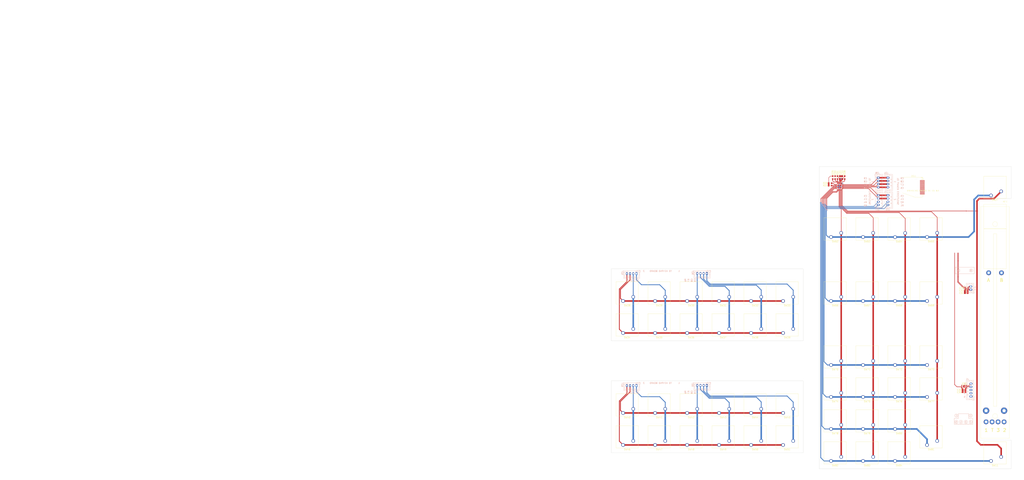
<source format=kicad_pcb>
(kicad_pcb (version 20240108) (generator "pcbnew") (generator_version "8.0")
  (layers (0 "F.Cu" signal) (31 "B.Cu" signal) (34 "B.Paste" user) (35 "F.Paste" user) (36 "B.SilkS" user "B.Silkscreen") (37 "F.SilkS" user "F.Silkscreen") (38 "B.Mask" user) (39 "F.Mask" user) (44 "Edge.Cuts" user))
  (net 0 "")
  (net 1 "+3V3")
  (net 2 "GND")
  (net 3 "Net-(U7-ROW7)")
  (net 4 "Net-(U7-ROW6)")
  (net 5 "VFMOT")
  (net 6 "COL5")
  (net 7 "COL6")
  (net 8 "COL7")
  (net 9 "COL8")
  (net 10 "/RST-KEYP")
  (net 11 "/INT-KEYP")
  (net 12 "/SCL-KEYP")
  (net 13 "/SDA-KEYP")
  (net 14 "ROW5")
  (net 15 "ROW0")
  (net 16 "COL0")
  (net 17 "COL1")
  (net 18 "COL2")
  (net 19 "COL3")
  (net 20 "COL4")
  (net 31 "MF-P")
  (net 32 "MF-T")
  (net 33 "MF-G")
  (net 34 "MTCH_SENSADJ")
  (net 37 "SHIELD")
  (net 39 "MFT")
  (net 40 "MFA")
  (net 41 "MFB")
  (net 42 "COL9")
  (net 43 "unconnected-(U18-I1-Pad1)")
  (net 44 "unconnected-(U18-I2-Pad2)")
  (net 45 "exe1-ROW1")
  (net 46 "exe1-ROW2")
  (net 47 "exe1-COL4")
  (net 48 "ROW1")
  (net 49 "ROW2")
  (net 50 "ROW3")
  (net 51 "ROW4")
  (net 52 "exe1-COL5")
  (net 53 "exe1-COL6")
  (net 54 "exe1-COL7")
  (net 55 "exe1-COL8")
  (net 56 "exe1-COL9")
  (net 57 "exe2-ROW3")
  (net 58 "exe2-ROW4")
  (net 59 "exe2-COL4")
  (net 60 "exe2-COL5")
  (net 61 "exe2-COL6")
  (net 62 "exe2-COL7")
  (net 63 "exe2-COL8")
  (net 64 "exe2-COL9")
  (footprint "Resistor_SMD:R_0603_1608Metric_Pad0.98x0.95mm_HandSolder" (layer "F.Cu") (at 24.9875 12.9125 -90)
    (property "Reference" "R30")
    (property "Value" "4K7")
  )
  (footprint "personal:SOT-6" (layer "F.Cu") (at 107.4 82)
    (property "Reference" "U18")
    (property "Value" "DRV8210")
  )
  (footprint "Capacitor_SMD:C_0603_1608Metric_Pad1.08x0.95mm_HandSolder" (layer "F.Cu") (at 107 83.6 180)
    (property "Reference" "C52")
    (property "Value" "100n")
  )
  (footprint "Button_Switch_Keyboard:SW_Cherry_MX_1.00u_Plate" (layer "F.Cu") (at 62.46 170.08 180)
    (property "Reference" "SW80")
    (property "Value" "SW_SPST")
  )
  (footprint "Button_Switch_Keyboard:SW_Cherry_MX_1.00u_Plate" (layer "F.Cu") (at 42.46 150.08 180)
    (property "Reference" "SW75")
    (property "Value" "SW_SPST")
  )
  (footprint "Button_Switch_Keyboard:SW_Cherry_MX_2.00u_Vertical_Plate" (layer "F.Cu") (at 82.46 180.08 180)
    (property "Reference" "SW81")
    (property "Value" "SW_SPST")
  )
  (footprint "Button_Switch_Keyboard:SW_Cherry_MX_1.00u_Plate" (layer "F.Cu") (at 62.46 190.08 180)
    (property "Reference" "SW84")
    (property "Value" "SW_SPST")
  )
  (footprint "Button_Switch_Keyboard:SW_Cherry_MX_1.00u_Plate" (layer "F.Cu") (at -107.54 90.08 180)
    (property "Reference" "SW28")
    (property "Value" "SW_SPST")
  )
  (footprint "Button_Switch_Keyboard:SW_Cherry_MX_1.00u_Plate" (layer "F.Cu") (at 22.46 90.08 180)
    (property "Reference" "SW66")
    (property "Value" "SW_SPST")
  )
  (footprint "Button_Switch_Keyboard:SW_Cherry_MX_1.00u_Plate" (layer "F.Cu") (at 42.46 170.08 180)
    (property "Reference" "SW79")
    (property "Value" "SW_SPST")
  )
  (footprint "Resistor_SMD:R_0603_1608Metric_Pad0.98x0.95mm_HandSolder" (layer "F.Cu") (at 23.4875 12.9125 -90)
    (property "Reference" "R29")
    (property "Value" "4K7")
  )
  (footprint "Button_Switch_Keyboard:SW_Cherry_MX_1.00u_Plate" (layer "F.Cu") (at -47.54 90.08 180)
    (property "Reference" "SW31")
    (property "Value" "SW_SPST")
  )
  (footprint "Button_Switch_Keyboard:SW_Cherry_MX_1.00u_Plate" (layer "F.Cu") (at -107.54 110.08 180)
    (property "Reference" "SW34")
    (property "Value" "SW_SPST")
  )
  (footprint "Button_Switch_Keyboard:SW_Cherry_MX_1.00u_Plate" (layer "F.Cu") (at 62.46 50.16 180)
    (property "Reference" "SW64")
    (property "Value" "SW_SPST")
  )
  (footprint "Button_Switch_Keyboard:SW_Cherry_MX_1.00u_Plate" (layer "F.Cu") (at 122.46 190.08 180)
    (property "Reference" "SW11")
    (property "Value" "SW_SPST")
  )
  (footprint "Button_Switch_Keyboard:SW_Cherry_MX_1.00u_Plate" (layer "F.Cu") (at -87.54 180.08 180)
    (property "Reference" "SW47")
    (property "Value" "SW_SPST")
  )
  (footprint "Button_Switch_Keyboard:SW_Cherry_MX_1.00u_Plate" (layer "F.Cu") (at 22.46 50.08 180)
    (property "Reference" "SW62")
    (property "Value" "SW_SPST")
  )
  (footprint "Button_Switch_Keyboard:SW_Cherry_MX_1.00u_Plate" (layer "F.Cu") (at -67.54 160.08 180)
    (property "Reference" "SW42")
    (property "Value" "SW_SPST")
  )
  (footprint "Button_Switch_Keyboard:SW_Cherry_MX_1.00u_Plate" (layer "F.Cu") (at -47.54 110.08 180)
    (property "Reference" "SW37")
    (property "Value" "SW_SPST")
  )
  (footprint "Button_Switch_Keyboard:SW_Cherry_MX_1.00u_Plate" (layer "F.Cu") (at 82.46 150.08 180)
    (property "Reference" "SW77")
    (property "Value" "SW_SPST")
  )
  (footprint "Button_Switch_Keyboard:SW_Cherry_MX_1.00u_Plate" (layer "F.Cu") (at 82.46 130.08 180)
    (property "Reference" "SW73")
    (property "Value" "SW_SPST")
  )
  (footprint "Button_Switch_Keyboard:SW_Cherry_MX_1.00u_Plate" (layer "F.Cu") (at -7.54 90.08 180)
    (property "Reference" "SW33")
    (property "Value" "SW_SPST")
  )
  (footprint "Button_Switch_Keyboard:SW_Cherry_MX_1.00u_Plate" (layer "F.Cu") (at 22.46 170.08 180)
    (property "Reference" "SW78")
    (property "Value" "SW_SPST")
  )
  (footprint "Button_Switch_Keyboard:SW_Cherry_MX_1.00u_Plate" (layer "F.Cu") (at -67.54 110.08 180)
    (property "Reference" "SW36")
    (property "Value" "SW_SPST")
  )
  (footprint "Button_Switch_Keyboard:SW_Cherry_MX_1.00u_Plate" (layer "F.Cu") (at 42.46 130.08 180)
    (property "Reference" "SW71")
    (property "Value" "SW_SPST")
  )
  (footprint "Package_DFN_QFN:DFN-8-1EP_3x2mm_P0.5mm_EP1.3x1.5mm" (layer "F.Cu") (at 105.625 143.475 180)
    (property "Reference" "U16")
    (property "Value" "MTCH102")
  )
  (footprint "Button_Switch_Keyboard:SW_Cherry_MX_1.00u_Plate" (layer "F.Cu") (at -7.54 110.08 180)
    (property "Reference" "SW39")
    (property "Value" "SW_SPST")
  )
  (footprint "Button_Switch_Keyboard:SW_Cherry_MX_1.00u_Plate" (layer "F.Cu") (at 42.46 90.08 180)
    (property "Reference" "SW67")
    (property "Value" "SW_SPST")
  )
  (footprint "Resistor_SMD:R_0603_1608Metric_Pad0.98x0.95mm_HandSolder" (layer "F.Cu") (at 21.8875 17.9125)
    (property "Reference" "R21")
    (property "Value" "10K")
  )
  (footprint "Button_Switch_Keyboard:SW_Cherry_MX_1.00u_Plate" (layer "F.Cu") (at -7.54 160.08 180)
    (property "Reference" "SW45")
    (property "Value" "SW_SPST")
  )
  (footprint "Button_Switch_Keyboard:SW_Cherry_MX_1.00u_Plate" (layer "F.Cu") (at -27.54 110.08 180)
    (property "Reference" "SW38")
    (property "Value" "SW_SPST")
  )
  (footprint "Button_Switch_Keyboard:SW_Cherry_MX_1.00u_Plate" (layer "F.Cu") (at -27.54 160.08 180)
    (property "Reference" "SW44")
    (property "Value" "SW_SPST")
  )
  (footprint "Button_Switch_Keyboard:SW_Cherry_MX_1.00u_Plate" (layer "F.Cu") (at -7.54 180.08 180)
    (property "Reference" "SW51")
    (property "Value" "SW_SPST")
  )
  (footprint "Resistor_SMD:R_0603_1608Metric_Pad0.98x0.95mm_HandSolder" (layer "F.Cu") (at 26.4875 12.9125 -90)
    (property "Reference" "R31")
    (property "Value" "4K7")
  )
  (footprint "Button_Switch_Keyboard:SW_Cherry_MX_1.00u_Plate" (layer "F.Cu") (at -107.54 180.08 180)
    (property "Reference" "SW46")
    (property "Value" "SW_SPST")
  )
  (footprint "Button_Switch_Keyboard:SW_Cherry_MX_1.00u_Plate" (layer "F.Cu") (at 22.46 190.08 180)
    (property "Reference" "SW82")
    (property "Value" "SW_SPST")
  )
  (footprint "personal:RSA0N11M9A0J" (layer "F.Cu") (at 125 102)
    (property "Reference" "MF1")
    (property "Value" "RSA0N11M9A0J")
  )
  (footprint "Button_Switch_Keyboard:SW_Cherry_MX_1.00u_Plate" (layer "F.Cu") (at -87.54 160.08 180)
    (property "Reference" "SW41")
    (property "Value" "SW_SPST")
  )
  (footprint "Button_Switch_Keyboard:SW_Cherry_MX_1.00u_Plate" (layer "F.Cu") (at 82.46 50.08 180)
    (property "Reference" "SW65")
    (property "Value" "SW_SPST")
  )
  (footprint "Button_Switch_Keyboard:SW_Cherry_MX_1.00u_Plate" (layer "F.Cu") (at -67.54 90.08 180)
    (property "Reference" "SW30")
    (property "Value" "SW_SPST")
  )
  (footprint "Button_Switch_Keyboard:SW_Cherry_MX_1.00u_Plate" (layer "F.Cu") (at 22.46 150.08 180)
    (property "Reference" "SW74")
    (property "Value" "SW_SPST")
  )
  (footprint "Button_Switch_Keyboard:SW_Cherry_MX_1.00u_Plate" (layer "F.Cu") (at 62.46 150.08 180)
    (property "Reference" "SW76")
    (property "Value" "SW_SPST")
  )
  (footprint "Button_Switch_Keyboard:SW_Cherry_MX_1.00u_Plate" (layer "F.Cu") (at -87.54 90.08 180)
    (property "Reference" "SW29")
    (property "Value" "SW_SPST")
  )
  (footprint "Button_Switch_Keyboard:SW_Cherry_MX_1.00u_Plate" (layer "F.Cu") (at 62.46 90.08 180)
    (property "Reference" "SW68")
    (property "Value" "SW_SPST")
  )
  (footprint "Package_DFN_QFN:WQFN-24-1EP_4x4mm_P0.5mm_EP2.45x2.45mm" (layer "F.Cu") (at 27.6875 18.5375)
    (property "Reference" "U7" (hide yes))
    (property "Value" "TCA8418")
  )
  (footprint "Capacitor_SMD:C_0603_1608Metric_Pad1.08x0.95mm_HandSolder" (layer "F.Cu") (at 29.4875 12.9125 90)
    (property "Reference" "C33")
    (property "Value" "1u")
  )
  (footprint "Button_Switch_Keyboard:SW_Cherry_MX_1.00u_Plate" (layer "F.Cu") (at -67.54 180.08 180)
    (property "Reference" "SW48")
    (property "Value" "SW_SPST")
  )
  (footprint "Button_Switch_Keyboard:SW_Cherry_MX_1.00u_Plate" (layer "F.Cu") (at 82.46 90.08 180)
    (property "Reference" "SW69")
    (property "Value" "SW_SPST")
  )
  (footprint "Capacitor_SMD:C_0603_1608Metric_Pad1.08x0.95mm_HandSolder" (layer "F.Cu") (at 27.9875 12.9125 90)
    (property "Reference" "C34")
    (property "Value" "100n")
  )
  (footprint "Button_Switch_Keyboard:SW_Cherry_MX_1.00u_Plate" (layer "F.Cu") (at 42.46 50.08 180)
    (property "Reference" "SW63")
    (property "Value" "SW_SPST")
  )
  (footprint "Button_Switch_Keyboard:SW_Cherry_MX_1.00u_Plate" (layer "F.Cu") (at -87.54 110.08 180)
    (property "Reference" "SW35")
    (property "Value" "SW_SPST")
  )
  (footprint "Button_Switch_Keyboard:SW_Cherry_MX_1.00u_Plate" (layer "F.Cu") (at 22.46 130.08 180)
    (property "Reference" "SW70")
    (property "Value" "SW_SPST")
  )
  (footprint "Button_Switch_Keyboard:SW_Cherry_MX_1.00u_Plate" (layer "F.Cu") (at 42.46 190.08 180)
    (property "Reference" "SW83")
    (property "Value" "SW_SPST")
  )
  (footprint "Button_Switch_Keyboard:SW_Cherry_MX_1.00u_Plate" (layer "F.Cu") (at -47.54 160.08 180)
    (property "Reference" "SW43")
    (property "Value" "SW_SPST")
  )
  (footprint "personal:1.05' 120x240 spi screen" (layer "F.Cu") (at 80 19)
    (property "Reference" "DS1")
    (property "Value" "1.05\" 130*240 spi screen")
    (fp_circle (center -4 -5.2) (end -4.5 -5.2) (stroke (width 0.05)) (fill none) (layer "Edge.Cuts"))
    (fp_circle (center -4 5.2) (end -4.5 5.2) (stroke (width 0.05)) (fill none) (layer "Edge.Cuts"))
  )
  (footprint "Button_Switch_Keyboard:SW_Cherry_MX_1.00u_Plate" (layer "F.Cu") (at -107.54 160.08 180)
    (property "Reference" "SW40")
    (property "Value" "SW_SPST")
  )
  (footprint "Resistor_SMD:R_0603_1608Metric_Pad0.98x0.95mm_HandSolder" (layer "F.Cu") (at 21.8875 16.4125)
    (property "Reference" "R20")
    (property "Value" "10K")
  )
  (footprint "Button_Switch_Keyboard:SW_Cherry_MX_1.00u_Plate" (layer "F.Cu") (at 122.46 24.08 180)
    (property "Reference" "SW27")
    (property "Value" "SW_SPST")
  )
  (footprint "Capacitor_SMD:C_0603_1608Metric_Pad1.08x0.95mm_HandSolder" (layer "F.Cu") (at 105.6 147.1 180)
    (property "Reference" "C35")
    (property "Value" "1u")
  )
  (footprint "Button_Switch_Keyboard:SW_Cherry_MX_1.00u_Plate" (layer "F.Cu") (at -47.54 180.08 180)
    (property "Reference" "SW49")
    (property "Value" "SW_SPST")
  )
  (footprint "Button_Switch_Keyboard:SW_Cherry_MX_1.00u_Plate" (layer "F.Cu") (at -27.54 180.08 180)
    (property "Reference" "SW50")
    (property "Value" "SW_SPST")
  )
  (footprint "Resistor_SMD:R_0603_1608Metric_Pad0.98x0.95mm_HandSolder" (layer "F.Cu") (at 30.9875 12.9125 -90)
    (property "Reference" "R28")
    (property "Value" "4K7")
  )
  (footprint "Button_Switch_Keyboard:SW_Cherry_MX_1.00u_Plate" (layer "F.Cu") (at -27.54 90.08 180)
    (property "Reference" "SW32")
    (property "Value" "SW_SPST")
  )
  (footprint "Capacitor_SMD:C_0603_1608Metric_Pad1.08x0.95mm_HandSolder" (layer "F.Cu") (at 107 85.1 180)
    (property "Reference" "C51")
    (property "Value" "100u")
  )
  (footprint "Button_Switch_Keyboard:SW_Cherry_MX_1.00u_Plate" (layer "F.Cu") (at 62.46 130.08 180)
    (property "Reference" "SW72")
    (property "Value" "SW_SPST")
  )
  (footprint "Capacitor_SMD:C_0603_1608Metric_Pad1.08x0.95mm_HandSolder" (layer "F.Cu") (at 105.6 145.6 180)
    (property "Reference" "C36")
    (property "Value" "100n")
  )
  (footprint "Connector_JST:JST_PH_B4B-PH-K_1x04_P2.00mm_Vertical" (layer "B.Cu") (at 52 24 -90)
    (property "Reference" "J27")
    (property "Value" "Conn_01x04_Socket")
  )
  (footprint "Connector_JST:JST_PH_B4B-PH-K_1x04_P2.00mm_Vertical" (layer "B.Cu") (at 52 13 -90)
    (property "Reference" "J28")
    (property "Value" "Conn_01x04_Socket")
  )
  (footprint "Connector_JST:JST_PH_B4B-PH-K_1x04_P2.00mm_Vertical" (layer "B.Cu") (at -55.2 72.9 180)
    (property "Reference" "J26")
    (property "Value" "Conn_01x04_Socket")
  )
  (footprint "Connector_JST:JST_PH_B4B-PH-K_1x04_P2.00mm_Vertical" (layer "B.Cu") (at -99.2 73 180)
    (property "Reference" "J25")
    (property "Value" "Conn_01x04_Socket")
  )
  (footprint "Connector_JST:JST_PH_B4B-PH-K_1x04_P2.00mm_Vertical" (layer "B.Cu") (at -99.2 143 180)
    (property "Reference" "J29")
    (property "Value" "Conn_01x04_Socket")
  )
  (footprint "Connector_JST:JST_PH_B5B-PH-K_1x05_P2.00mm_Vertical" (layer "B.Cu") (at 109.925 149.725 90)
    (property "Reference" "J1")
    (property "Value" "Conn_01x05_Socket")
  )
  (footprint "Connector_JST:JST_PH_B4B-PH-K_1x04_P2.00mm_Vertical" (layer "B.Cu") (at 58 24 -90)
    (property "Reference" "J23")
    (property "Value" "Conn_01x04_Socket")
  )
  (footprint "Connector_JST:JST_PH_B4B-PH-K_1x04_P2.00mm_Vertical" (layer "B.Cu") (at -55.2 142.9 180)
    (property "Reference" "J30")
    (property "Value" "Conn_01x04_Socket")
  )
  (footprint "Connector_JST:JST_PH_B4B-PH-K_1x04_P2.00mm_Vertical" (layer "B.Cu") (at 58 13 -90)
    (property "Reference" "J24")
    (property "Value" "Conn_01x04_Socket")
  )
  (footprint "Connector_JST:JST_PH_B2B-PH-K_1x02_P2.00mm_Vertical" (layer "B.Cu") (at 109.8 83 90)
    (property "Reference" "J17")
    (property "Value" "Conn_01x02_Socket")
  )
  (gr_circle (center 102 71) (end 103 71) (stroke (width 0.15)) (fill none) (layer "B.SilkS"))
  (gr_circle (center 103.65 165.7) (end 104.65 165.7) (stroke (width 0.15)) (fill none) (layer "B.SilkS"))
  (gr_circle (center 109.75 165.7) (end 110.75 165.7) (stroke (width 0.15)) (fill none) (layer "B.SilkS"))
  (gr_line (start 108.45 160.5) (end 102.05 160.5) (stroke (width 0.15)) (layer "B.SilkS"))
  (gr_rect (start 100 69) (end 112 73) (stroke (width 0.15)) (fill none) (layer "B.SilkS"))
  (gr_line (start 102.05 160.5) (end 102.05 163.5) (stroke (width 0.15)) (layer "B.SilkS"))
  (gr_line (start 111.05 167.1) (end 99.45 167.1) (stroke (width 0.15)) (layer "B.SilkS"))
  (gr_circle (center 106.75 165.7) (end 107.75 165.7) (stroke (width 0.15)) (fill none) (layer "B.SilkS"))
  (gr_line (start 108.45 163.5) (end 108.45 160.5) (stroke (width 0.15)) (layer "B.SilkS"))
  (gr_line (start 111.05 163.5) (end 108.45 163.5) (stroke (width 0.15)) (layer "B.SilkS"))
  (gr_circle (center 109.75 161.7) (end 110.75 161.7) (stroke (width 0.15)) (fill none) (layer "B.SilkS"))
  (gr_line (start 99.45 163.5) (end 99.45 167.1) (stroke (width 0.15)) (layer "B.SilkS"))
  (gr_circle (center 100.75 161.7) (end 101.75 161.7) (stroke (width 0.15)) (fill none) (layer "B.SilkS"))
  (gr_circle (center 110 71) (end 111 71) (stroke (width 0.15)) (fill none) (layer "B.SilkS"))
  (gr_line (start 102.05 163.5) (end 99.45 163.5) (stroke (width 0.15)) (layer "B.SilkS"))
  (gr_circle (center 100.75 165.7) (end 101.75 165.7) (stroke (width 0.15)) (fill none) (layer "B.SilkS"))
  (gr_line (start 111.05 167.1) (end 111.05 163.5) (stroke (width 0.15)) (layer "B.SilkS"))
  (gr_rect (start -115 140) (end 5 185) (stroke (width 0.1)) (fill none) (layer "Edge.Cuts"))
  (gr_line (start 115 26) (end 135 26) (stroke (width 0.1)) (layer "Edge.Cuts"))
  (gr_line (start 135 195) (end 15 195) (stroke (width 0.1)) (layer "Edge.Cuts"))
  (gr_rect (start -115 70) (end 5 115) (stroke (width 0.1)) (fill none) (layer "Edge.Cuts"))
  (gr_line (start 135 195) (end 135 177) (stroke (width 0.1)) (layer "Edge.Cuts"))
  (gr_line (start 15 6) (end 135 6) (stroke (width 0.1)) (layer "Edge.Cuts"))
  (gr_line (start 115 177) (end 115 26) (stroke (width 0.1)) (layer "Edge.Cuts"))
  (gr_line (start 15 195) (end 15 6) (stroke (width 0.1)) (layer "Edge.Cuts"))
  (gr_line (start 135 26) (end 135 6) (stroke (width 0.1)) (layer "Edge.Cuts"))
  (gr_line (start 135 177) (end 115 177) (stroke (width 0.1)) (layer "Edge.Cuts"))
  (gr_text "4" (at 104.25 166.3 0) (layer "B.SilkS") (effects (font (size 1 1)) (justify left bottom mirror)))
  (gr_text "R3" (at 45 31 0) (layer "B.SilkS") (effects (font (size 1 1)) (justify left bottom mirror)))
  (gr_text "TO KEYPAD BOARD" (at -77 72 0) (layer "B.SilkS") (effects (font (size 1 1)) (justify left bottom mirror)))
  (gr_text "R6" (at -68 146 90) (layer "B.SilkS") (effects (font (size 1 1)) (justify left bottom mirror)))
  (gr_text "C6" (at 68 20 0) (layer "B.SilkS") (effects (font (size 1 1)) (justify left bottom mirror)))
  (gr_text "TO UPPER EXECUTERS" (at 65 13 90) (layer "B.SilkS") (effects (font (size 1 1)) (justify left bottom mirror)))
  (gr_text "C8" (at 45 16 0) (layer "B.SilkS") (effects (font (size 1 1)) (justify left bottom mirror)))
  (gr_text "C4" (at -100 76 90) (layer "B.SilkS") (effects (font (size 1 1)) (justify left bottom mirror)))
  (gr_text "C5" (at 45 25 0) (layer "B.SilkS") (effects (font (size 1 1)) (justify left bottom mirror)))
  (gr_text "C8" (at 68 16 0) (layer "B.SilkS") (effects (font (size 1 1)) (justify left bottom mirror)))
  (gr_text "A" (at 102.511322 71.534003 0) (layer "B.SilkS") (effects (font (size 1 1)) (justify left bottom mirror)))
  (gr_text "2" (at -94 72 0) (layer "B.SilkS") (effects (font (size 1 1)) (justify left bottom mirror)))
  (gr_text "C5" (at 68 25 0) (layer "B.SilkS") (effects (font (size 1 1)) (justify left bottom mirror)))
  (gr_text "C5" (at -98 76 90) (layer "B.SilkS") (effects (font (size 1 1)) (justify left bottom mirror)))
  (gr_text "R7" (at -66 146 90) (layer "B.SilkS") (effects (font (size 1 1)) (justify left bottom mirror)))
  (gr_text "1" (at 101.35 162.3 0) (layer "B.SilkS") (effects (font (size 1 1)) (justify left bottom mirror)))
  (gr_text "TO LOWER EXECUTERS" (at 47.3 13 90) (layer "B.SilkS") (effects (font (size 1 1)) (justify left bottom mirror)))
  (gr_text "2" (at 49 26 90) (layer "B.SilkS") (effects (font (size 1 1)) (justify left bottom mirror)))
  (gr_text "2" (at 63 26 90) (layer "B.SilkS") (effects (font (size 1 1)) (justify left bottom mirror)))
  (gr_text "1" (at 49 15 90) (layer "B.SilkS") (effects (font (size 1 1)) (justify left bottom mirror)))
  (gr_text "R2" (at -104 76 90) (layer "B.SilkS") (effects (font (size 1 1)) (justify left bottom mirror)))
  (gr_text "C6" (at 45 20 0) (layer "B.SilkS") (effects (font (size 1 1)) (justify left bottom mirror)))
  (gr_text "C9" (at 45 14 0) (layer "B.SilkS") (effects (font (size 1 1)) (justify left bottom mirror)))
  (gr_text "C4" (at 45 27 0) (layer "B.SilkS") (effects (font (size 1 1)) (justify left bottom mirror)))
  (gr_text "B" (at 110.557954 71.579984 0) (layer "B.SilkS") (effects (font (size 1 1)) (justify left bottom mirror)))
  (gr_text "C9" (at -62 76 90) (layer "B.SilkS") (effects (font (size 1 1)) (justify left bottom mirror)))
  (gr_text "3" (at 107.35 166.3 0) (layer "B.SilkS") (effects (font (size 1 1)) (justify left bottom mirror)))
  (gr_text "R3" (at -102 146 90) (layer "B.SilkS") (effects (font (size 1 1)) (justify left bottom mirror)))
  (gr_text "1" (at 106.475 142.575 0) (layer "B.SilkS") (effects (font (size 1 1)) (justify left bottom mirror)))
  (gr_text "C4" (at 68 27 0) (layer "B.SilkS") (effects (font (size 1 1)) (justify left bottom mirror)))
  (gr_text "TO KEYPAD BOARD" (at -77 142 0) (layer "B.SilkS") (effects (font (size 1 1)) (justify left bottom mirror)))
  (gr_text "R6" (at -68 76 90) (layer "B.SilkS") (effects (font (size 1 1)) (justify left bottom mirror)))
  (gr_text "5" (at 106.475 150.575 0) (layer "B.SilkS") (effects (font (size 1 1)) (justify left bottom mirror)))
  (gr_text "R7" (at -66 76 90) (layer "B.SilkS") (effects (font (size 1 1)) (justify left bottom mirror)))
  (gr_text "C4" (at -100 146 90) (layer "B.SilkS") (effects (font (size 1 1)) (justify left bottom mirror)))
  (gr_text "1" (at 63 15 90) (layer "B.SilkS") (effects (font (size 1 1)) (justify left bottom mirror)))
  (gr_text "C5" (at -98 146 90) (layer "B.SilkS") (effects (font (size 1 1)) (justify left bottom mirror)))
  (gr_text "1" (at -72 72 0) (layer "B.SilkS") (effects (font (size 1 1)) (justify left bottom mirror)))
  (gr_text "R1" (at 68 31 0) (layer "B.SilkS") (effects (font (size 1 1)) (justify left bottom mirror)))
  (gr_text "C7" (at 45 18 0) (layer "B.SilkS") (effects (font (size 1 1)) (justify left bottom mirror)))
  (gr_text "2" (at 110.35 166.3 0) (layer "B.SilkS") (effects (font (size 1 1)) (justify left bottom mirror)))
  (gr_text "R1" (at -102 76 90) (layer "B.SilkS") (effects (font (size 1 1)) (justify left bottom mirror)))
  (gr_text "2" (at -94 142 0) (layer "B.SilkS") (effects (font (size 1 1)) (justify left bottom mirror)))
  (gr_text "1" (at 110.35 162.3 0) (layer "B.SilkS") (effects (font (size 1 1)) (justify left bottom mirror)))
  (gr_text "B" (at 106.5 83.5 0) (layer "B.SilkS") (effects (font (size 1 1)) (justify left bottom mirror)))
  (gr_text "3" (at 106.475 146.575 0) (layer "B.SilkS") (effects (font (size 1 1)) (justify left bottom mirror)))
  (gr_text "C8" (at -64 76 90) (layer "B.SilkS") (effects (font (size 1 1)) (justify left bottom mirror)))
  (gr_text "R4" (at 45 29 0) (layer "B.SilkS") (effects (font (size 1 1)) (justify left bottom mirror)))
  (gr_text "1" (at -72 142 0) (layer "B.SilkS") (effects (font (size 1 1)) (justify left bottom mirror)))
  (gr_text "R2" (at 68 29 0) (layer "B.SilkS") (effects (font (size 1 1)) (justify left bottom mirror)))
  (gr_text "2" (at 106.475 144.575 0) (layer "B.SilkS") (effects (font (size 1 1)) (justify left bottom mirror)))
  (gr_text "C9" (at -62 146 90) (layer "B.SilkS") (effects (font (size 1 1)) (justify left bottom mirror)))
  (gr_text "C9" (at 68 14 0) (layer "B.SilkS") (effects (font (size 1 1)) (justify left bottom mirror)))
  (gr_text "4" (at 106.475 148.575 0) (layer "B.SilkS") (effects (font (size 1 1)) (justify left bottom mirror)))
  (gr_text "A" (at 106.5 81.5 0) (layer "B.SilkS") (effects (font (size 1 1)) (justify left bottom mirror)))
  (gr_text "C8" (at -64 146 90) (layer "B.SilkS") (effects (font (size 1 1)) (justify left bottom mirror)))
  (gr_text "C7" (at 68 18 0) (layer "B.SilkS") (effects (font (size 1 1)) (justify left bottom mirror)))
  (gr_text "5" (at 101.25 166.3 0) (layer "B.SilkS") (effects (font (size 1 1)) (justify left bottom mirror)))
  (gr_text "R4" (at -104 146 90) (layer "B.SilkS") (effects (font (size 1 1)) (justify left bottom mirror)))
  (segment (start 26.4875 12) (end 26.4875 12.275) (width 0.2) (layer "F.Cu") (net 1))
  (segment (start 106.425 144.15) (end 106.5 144.225) (width 0.15) (layer "F.Cu") (net 1))
  (segment (start 30.9875 12.275) (end 29.4875 13.775) (width 0.2) (layer "F.Cu") (net 1))
  (segment (start 107.075 142.725) (end 106.5 142.725) (width 0.15) (layer "F.Cu") (net 1))
  (segment (start 30.9875 12) (end 30.9875 12.275) (width 0.2) (layer "F.Cu") (net 1))
  (segment (start 106.5 144.225) (end 107.075 144.225) (width 0.15) (layer "F.Cu") (net 1))
  (segment (start 106.425 142.8) (end 106.425 144.15) (width 0.15) (layer "F.Cu") (net 1))
  (segment (start 26.4875 12.275) (end 27.9875 13.775) (width 0.2) (layer "F.Cu") (net 1))
  (segment (start 106.5 142.725) (end 106.425 142.8) (width 0.15) (layer "F.Cu") (net 1))
  (segment (start 20.975 16.4125) (end 20.975 13.025) (width 0.2) (layer "F.Cu") (net 1))
  (segment (start 22 12) (end 23.4875 12) (width 0.2) (layer "F.Cu") (net 1))
  (segment (start 20.975 13.025) (end 22 12) (width 0.2) (layer "F.Cu") (net 1))
  (via (at 28.720346 13.753417) (size 0.8) (drill 0.4) (layers "F.Cu" "B.Cu") (net 1))
  (segment (start 28.8875 16.65) (end 28.8875 17.3375) (width 0.2) (layer "F.Cu") (net 2))
  (segment (start 28.9375 16.6) (end 28.9125 16.625) (width 0.25) (layer "F.Cu") (net 2))
  (segment (start 28.9125 16.625) (end 28.9125 16.796751) (width 0.25) (layer "F.Cu") (net 2))
  (segment (start 28.9375 16.6) (end 28.8875 16.65) (width 0.2) (layer "F.Cu") (net 2))
  (segment (start 28.8875 17.3375) (end 27.6875 18.5375) (width 0.2) (layer "F.Cu") (net 2))
  (via (at 28.6575 18.5375) (size 0.8) (drill 0.4) (layers "F.Cu" "B.Cu") (net 2))
  (via (at 27.6875 19.5075) (size 0.8) (drill 0.4) (layers "F.Cu" "B.Cu") (net 2))
  (via (at 26.7175 18.5375) (size 0.8) (drill 0.4) (layers "F.Cu" "B.Cu") (net 2))
  (via (at 27.6875 17.5675) (size 0.8) (drill 0.4) (layers "F.Cu" "B.Cu") (net 2))
  (via (at 29.618057 16.538) (size 0.8) (drill 0.4) (layers "F.Cu" "B.Cu") (net 2))
  (via (at 27.6875 18.5375) (size 0.8) (drill 0.4) (layers "F.Cu" "B.Cu") (net 2))
  (segment (start 25.75 17.2875) (end 24.6625 17.2875) (width 0.3) (layer "F.Cu") (net 3))
  (segment (start 23.7875 16.4125) (end 22.8 16.4125) (width 0.3) (layer "F.Cu") (net 3))
  (segment (start 24.6625 17.2875) (end 23.7875 16.4125) (width 0.3) (layer "F.Cu") (net 3))
  (segment (start 25.75 17.7875) (end 22.925 17.7875) (width 0.3) (layer "F.Cu") (net 4))
  (segment (start 22.925 17.7875) (end 22.8 17.9125) (width 0.3) (layer "F.Cu") (net 4))
  (segment (start 22.85 17.7875) (end 22.8 17.8375) (width 0.3) (layer "F.Cu") (net 4))
  (segment (start 29.625 19.2875) (end 47.2875 19.2875) (width 0.3) (layer "F.Cu") (net 6))
  (segment (start 47.2875 19.2875) (end 51.45 23.45) (width 0.3) (layer "F.Cu") (net 6))
  (segment (start 51.45 23.45) (end 51.45 24) (width 0.3) (layer "F.Cu") (net 6))
  (segment (start 58 24) (end 52 24) (width 1) (layer "F.Cu") (net 6))
  (segment (start 51.2375 18.7875) (end 51.45 19) (width 0.3) (layer "F.Cu") (net 7))
  (segment (start 52 19) (end 58 19) (width 1) (layer "F.Cu") (net 7))
  (segment (start 29.625 18.7875) (end 51.2375 18.7875) (width 0.3) (layer "F.Cu") (net 7))
  (segment (start 51.45 17.55) (end 51.45 17) (width 0.3) (layer "F.Cu") (net 8))
  (segment (start 58 17) (end 52 17) (width 1) (layer "F.Cu") (net 8))
  (segment (start 29.625 18.2875) (end 50.7125 18.2875) (width 0.3) (layer "F.Cu") (net 8))
  (segment (start 50.7125 18.2875) (end 51.45 17.55) (width 0.3) (layer "F.Cu") (net 8))
  (segment (start 29.625 17.7875) (end 49.2125 17.7875) (width 0.3) (layer "F.Cu") (net 9))
  (segment (start 51.45 15.55) (end 51.45 15) (width 0.3) (layer "F.Cu") (net 9))
  (segment (start 52 15) (end 58 15) (width 1) (layer "F.Cu") (net 9))
  (segment (start 49.2125 17.7875) (end 51.45 15.55) (width 0.3) (layer "F.Cu") (net 9))
  (segment (start 30.9875 14.9125) (end 30.9875 13.825) (width 0.3) (layer "F.Cu") (net 10))
  (segment (start 28.4375 16.6) (end 28.4375 16.096815) (width 0.3) (layer "F.Cu") (net 10))
  (segment (start 28.4375 16.096815) (end 29.121815 15.4125) (width 0.3) (layer "F.Cu") (net 10))
  (segment (start 30.4875 15.4125) (end 30.9875 14.9125) (width 0.3) (layer "F.Cu") (net 10))
  (segment (start 29.121815 15.4125) (end 30.4875 15.4125) (width 0.3) (layer "F.Cu") (net 10))
  (segment (start 26.4375 16.1625) (end 25.9875 15.7125) (width 0.3) (layer "F.Cu") (net 11))
  (segment (start 25.9875 15.7125) (end 24.1875 15.7125) (width 0.3) (layer "F.Cu") (net 11))
  (segment (start 23.4875 15.0125) (end 23.4875 13.825) (width 0.3) (layer "F.Cu") (net 11))
  (segment (start 26.4375 16.6) (end 26.4375 16.1625) (width 0.3) (layer "F.Cu") (net 11))
  (segment (start 24.1875 15.7125) (end 23.4875 15.0125) (width 0.3) (layer "F.Cu") (net 11))
  (segment (start 26.9375 16.026104) (end 26.173896 15.2625) (width 0.3) (layer "F.Cu") (net 12))
  (segment (start 26.173896 15.2625) (end 25.6875 15.2625) (width 0.3) (layer "F.Cu") (net 12))
  (segment (start 26.9375 16.6) (end 26.9375 16.026104) (width 0.3) (layer "F.Cu") (net 12))
  (segment (start 25.6875 15.2625) (end 24.9875 14.5625) (width 0.3) (layer "F.Cu") (net 12))
  (segment (start 24.9875 14.5625) (end 24.9875 13.825) (width 0.3) (layer "F.Cu") (net 12))
  (segment (start 27.4375 16.6) (end 27.4375 15.889708) (width 0.3) (layer "F.Cu") (net 13))
  (segment (start 26.4875 14.939708) (end 26.4875 13.825) (width 0.3) (layer "F.Cu") (net 13))
  (segment (start 27.4375 15.889708) (end 26.4875 14.939708) (width 0.3) (layer "F.Cu") (net 13))
  (segment (start 16.1 26.1) (end 23.9125 18.2875) (width 0.3) (layer "F.Cu") (net 14))
  (segment (start 23.9125 18.2875) (end 25.75 18.2875) (width 0.3) (layer "F.Cu") (net 14))
  (segment (start 16.1 28.6) (end 16.1 26.1) (width 0.3) (layer "F.Cu") (net 14))
  (via (at 16.1 28.6) (size 0.8) (drill 0.4) (layers "F.Cu" "B.Cu") (net 14))
  (segment (start 16 188) (end 18.08 190.08) (width 0.5) (layer "B.Cu") (net 14))
  (segment (start 16.1 28.6) (end 16 28.7) (width 0.5) (layer "B.Cu") (net 14))
  (segment (start 22.46 190.08) (end 62.46 190.08) (width 1) (layer "B.Cu") (net 14))
  (segment (start 18.08 190.08) (end 22.46 190.08) (width 0.5) (layer "B.Cu") (net 14))
  (segment (start 62.46 190.08) (end 122.46 190.08) (width 1) (layer "B.Cu") (net 14))
  (segment (start 16 28.7) (end 16 188) (width 0.5) (layer "B.Cu") (net 14))
  (segment (start 23.63553 22.1) (end 19.8 25.93553) (width 0.3) (layer "F.Cu") (net 15))
  (segment (start 26.007106 22.1) (end 23.63553 22.1) (width 0.3) (layer "F.Cu") (net 15))
  (segment (start 26.9375 21.169606) (end 26.007106 22.1) (width 0.3) (layer "F.Cu") (net 15))
  (segment (start 19.8 25.93553) (end 19.8 33.239178) (width 0.3) (layer "F.Cu") (net 15))
  (segment (start 19.8 33.239178) (end 19.6495 33.389678) (width 0.3) (layer "F.Cu") (net 15))
  (segment (start 26.9375 20.475) (end 26.9375 21.169606) (width 0.3) (layer "F.Cu") (net 15))
  (via (at 19.6495 33.389678) (size 0.8) (drill 0.4) (layers "F.Cu" "B.Cu") (net 15))
  (segment (start 111.9 26.66) (end 111.94 26.62) (width 1) (layer "B.Cu") (net 15))
  (segment (start 111.94 26.62) (end 114.46 24.1) (width 1) (layer "B.Cu") (net 15))
  (segment (start 19.6495 33.389678) (end 19.5 33.539178) (width 0.5) (layer "B.Cu") (net 15))
  (segment (start 114.46 24.1) (end 122.5 24.1) (width 1) (layer "B.Cu") (net 15))
  (segment (start 22.46 50.08) (end 82.46 50.08) (width 1) (layer "B.Cu") (net 15))
  (segment (start 20.68 50.08) (end 22.46 50.08) (width 0.5) (layer "B.Cu") (net 15))
  (segment (start 19.5 48.9) (end 20.68 50.08) (width 0.5) (layer "B.Cu") (net 15))
  (segment (start 111.9 46.6) (end 111.9 26.66) (width 1) (layer "B.Cu") (net 15))
  (segment (start 108.42 50.08) (end 111.9 46.6) (width 1) (layer "B.Cu") (net 15))
  (segment (start 19.5 33.539178) (end 19.5 48.9) (width 0.5) (layer "B.Cu") (net 15))
  (segment (start 82.46 50.08) (end 108.42 50.08) (width 1) (layer "B.Cu") (net 15))
  (segment (start 27.4375 20.475) (end 27.4375 31.244606) (width 0.3) (layer "F.Cu") (net 16))
  (segment (start 28.81 32.617106) (end 28.81 47.54) (width 0.3) (layer "F.Cu") (net 16))
  (segment (start 27.4375 31.244606) (end 28.81 32.617106) (width 0.3) (layer "F.Cu") (net 16))
  (segment (start 28.81 127.54) (end 28.81 47.54) (width 1) (layer "F.Cu") (net 16))
  (segment (start 28.81 187.54) (end 28.81 127.54) (width 1) (layer "F.Cu") (net 16))
  (segment (start 27.9375 31.0375) (end 32.2 35.3) (width 0.3) (layer "F.Cu") (net 17))
  (segment (start 48.81 38.01) (end 48.81 47.54) (width 0.3) (layer "F.Cu") (net 17))
  (segment (start 48.81 127.54) (end 48.81 187.54) (width 1) (layer "F.Cu") (net 17))
  (segment (start 27.9375 20.475) (end 27.9375 31.0375) (width 0.3) (layer "F.Cu") (net 17))
  (segment (start 48.81 47.54) (end 48.81 127.54) (width 1) (layer "F.Cu") (net 17))
  (segment (start 32.2 35.3) (end 46.1 35.3) (width 0.3) (layer "F.Cu") (net 17))
  (segment (start 46.1 35.3) (end 48.81 38.01) (width 0.3) (layer "F.Cu") (net 17))
  (segment (start 68.81 187.54) (end 68.81 127.54) (width 1) (layer "F.Cu") (net 18))
  (segment (start 28.4375 30.830394) (end 32.407106 34.8) (width 0.3) (layer "F.Cu") (net 18))
  (segment (start 28.4375 20.475) (end 28.4375 30.830394) (width 0.3) (layer "F.Cu") (net 18))
  (segment (start 65.1 34.8) (end 68.81 38.51) (width 0.3) (layer "F.Cu") (net 18))
  (segment (start 68.81 127.54) (end 68.81 47.62) (width 1) (layer "F.Cu") (net 18))
  (segment (start 32.407106 34.8) (end 65.1 34.8) (width 0.3) (layer "F.Cu") (net 18))
  (segment (start 68.81 38.51) (end 68.81 47.62) (width 0.3) (layer "F.Cu") (net 18))
  (segment (start 28.9375 20.475) (end 28.9375 30.623288) (width 0.3) (layer "F.Cu") (net 19))
  (segment (start 28.9375 30.623288) (end 32.614212 34.3) (width 0.3) (layer "F.Cu") (net 19))
  (segment (start 88.81 37.81) (end 88.81 47.54) (width 0.3) (layer "F.Cu") (net 19))
  (segment (start 88.81 47.54) (end 88.81 87.54) (width 1) (layer "F.Cu") (net 19))
  (segment (start 85.3 34.3) (end 88.81 37.81) (width 0.3) (layer "F.Cu") (net 19))
  (segment (start 32.614212 34.3) (end 85.3 34.3) (width 0.3) (layer "F.Cu") (net 19))
  (segment (start 88.81 127.54) (end 88.81 177.54) (width 1) (layer "F.Cu") (net 19))
  (segment (start 88.81 87.54) (end 88.81 127.54) (width 1) (layer "F.Cu") (net 19))
  (segment (start 128.81 21.6) (end 124.35 26.06) (width 1) (layer "F.Cu") (net 20))
  (segment (start 51.45 25.45) (end 51.45 26) (width 0.3) (layer "F.Cu") (net 20))
  (segment (start 32.821318 33.8) (end 106.987868 33.8) (width 0.3) (layer "F.Cu") (net 20))
  (segment (start 107.001188 33.81332) (end 113.7 33.81332) (width 0.3) (layer "F.Cu") (net 20))
  (segment (start 126.5 180) (end 128.81 182.31) (width 1) (layer "F.Cu") (net 20))
  (segment (start 29.625 19.7875) (end 29.6125 19.7875) (width 0.3) (layer "F.Cu") (net 20))
  (segment (start 45.7875 19.7875) (end 51.45 25.45) (width 0.3) (layer "F.Cu") (net 20))
  (segment (start 113.7 27.56) (end 113.7 33.81332) (width 1) (layer "F.Cu") (net 20))
  (segment (start 29.4375 30.416182) (end 32.821318 33.8) (width 0.3) (layer "F.Cu") (net 20))
  (segment (start 113.7 177.7) (end 116 180) (width 1) (layer "F.Cu") (net 20))
  (segment (start 113.7 33.81332) (end 113.7 177.7) (width 1) (layer "F.Cu") (net 20))
  (segment (start 52 26) (end 58 26) (width 1) (layer "F.Cu") (net 20))
  (segment (start 106.987868 33.8) (end 107.001188 33.81332) (width 0.3) (layer "F.Cu") (net 20))
  (segment (start 29.6125 19.7875) (end 29.4375 19.9625) (width 0.3) (layer "F.Cu") (net 20))
  (segment (start 116 180) (end 126.5 180) (width 1) (layer "F.Cu") (net 20))
  (segment (start 29.4375 19.9625) (end 29.4375 30.416182) (width 0.3) (layer "F.Cu") (net 20))
  (segment (start 115.2 26.06) (end 113.7 27.56) (width 1) (layer "F.Cu") (net 20))
  (segment (start 29.625 19.7875) (end 45.7875 19.7875) (width 0.3) (layer "F.Cu") (net 20))
  (segment (start 124.35 26.06) (end 115.2 26.06) (width 1) (layer "F.Cu") (net 20))
  (segment (start 128.81 182.31) (end 128.81 187.54) (width 1) (layer "F.Cu") (net 20))
  (segment (start 107.075 143.725) (end 109.925 143.725) (width 0.3) (layer "F.Cu") (net 32))
  (segment (start 108.425 143.225) (end 109.925 141.725) (width 0.3) (layer "F.Cu") (net 33))
  (segment (start 107.075 143.225) (end 108.425 143.225) (width 0.3) (layer "F.Cu") (net 33))
  (segment (start 101.125 143.725) (end 99.7 142.3) (width 0.3) (layer "F.Cu") (net 39))
  (segment (start 104.175 143.725) (end 101.125 143.725) (width 0.3) (layer "F.Cu") (net 39))
  (segment (start 99.7 142.3) (end 99.7 60) (width 0.3) (layer "F.Cu") (net 39))
  (segment (start 51.45 13.55) (end 51.45 13) (width 0.3) (layer "F.Cu") (net 42))
  (segment (start 58 13) (end 52 13) (width 1) (layer "F.Cu") (net 42))
  (segment (start 47.7125 17.2875) (end 51.45 13.55) (width 0.3) (layer "F.Cu") (net 42))
  (segment (start 29.625 17.2875) (end 47.7125 17.2875) (width 0.3) (layer "F.Cu") (net 42))
  (segment (start 51.65 13.381497) (end 51.65 13) (width 0.3) (layer "F.Cu") (net 42))
  (segment (start 102.1 78.092894) (end 102.1 75) (width 0.3) (layer "F.Cu") (net 43))
  (segment (start 102.703553 78.696447) (end 102.1 78.092894) (width 0.3) (layer "F.Cu") (net 43))
  (segment (start 102.1 75) (end 102.1 70) (width 0.3) (layer "F.Cu") (net 43))
  (segment (start 102.1 65) (end 102.1 60) (width 0.3) (layer "F.Cu") (net 43))
  (segment (start 106.66 81.5) (end 105.507106 81.5) (width 0.3) (layer "F.Cu") (net 43))
  (segment (start 105.507106 81.5) (end 102.703553 78.696447) (width 0.3) (layer "F.Cu") (net 43))
  (segment (start 102.1 70) (end 102.1 65) (width 0.3) (layer "F.Cu") (net 43))
  (segment (start 101.6 78.3) (end 101.6 75) (width 0.3) (layer "F.Cu") (net 44))
  (segment (start 105.3 82) (end 104.3 81) (width 0.3) (layer "F.Cu") (net 44))
  (segment (start 101.6 75) (end 101.6 70) (width 0.3) (layer "F.Cu") (net 44))
  (segment (start 101.6 70) (end 101.6 65) (width 0.3) (layer "F.Cu") (net 44))
  (segment (start 104.3 81) (end 101.6 78.3) (width 0.3) (layer "F.Cu") (net 44))
  (segment (start 106.66 82) (end 105.3 82) (width 0.3) (layer "F.Cu") (net 44))
  (segment (start 101.6 65) (end 101.6 60) (width 0.3) (layer "F.Cu") (net 44))
  (segment (start -109.2 88.42) (end -107.54 90.08) (width 0.5) (layer "F.Cu") (net 45))
  (segment (start -103.2 76.9) (end -109.2 82.9) (width 0.5) (layer "F.Cu") (net 45))
  (segment (start -103.2 73) (end -103.2 76.9) (width 0.5) (layer "F.Cu") (net 45))
  (segment (start -107.54 90.08) (end -7.54 90.08) (width 1) (layer "F.Cu") (net 45))
  (segment (start -109.2 82.9) (end -109.2 88.42) (width 0.5) (layer "F.Cu") (net 45))
  (segment (start -109.9 82.61005) (end -109.9 107.72) (width 0.5) (layer "F.Cu") (net 46))
  (segment (start -105.2 73) (end -105.2 77.91005) (width 0.5) (layer "F.Cu") (net 46))
  (segment (start -109.9 107.72) (end -107.54 110.08) (width 0.5) (layer "F.Cu") (net 46))
  (segment (start -107.54 110.08) (end -7.54 110.08) (width 1) (layer "F.Cu") (net 46))
  (segment (start -105.2 77.91005) (end -109.9 82.61005) (width 0.5) (layer "F.Cu") (net 46))
  (segment (start -101.19 87.54) (end -101.19 107.54) (width 1) (layer "B.Cu") (net 47))
  (segment (start -101.2 73) (end -101.2 87.53) (width 0.5) (layer "B.Cu") (net 47))
  (segment (start -101.2 87.53) (end -101.19 87.54) (width 0.5) (layer "B.Cu") (net 47))
  (segment (start 19.1 25.928424) (end 19.1 32.243124) (width 0.3) (layer "F.Cu") (net 48))
  (segment (start 26.4375 20.9625) (end 25.8 21.6) (width 0.3) (layer "F.Cu") (net 48))
  (segment (start 23.428424 21.6) (end 19.1 25.928424) (width 0.3) (layer "F.Cu") (net 48))
  (segment (start 19.1 32.243124) (end 18.9495 32.393624) (width 0.3) (layer "F.Cu") (net 48))
  (segment (start 26.4375 20.475) (end 26.4375 20.9625) (width 0.3) (layer "F.Cu") (net 48))
  (segment (start 25.8 21.6) (end 23.428424 21.6) (width 0.3) (layer "F.Cu") (net 48))
  (via (at 18.9495 32.393624) (size 0.8) (drill 0.4) (layers "F.Cu" "B.Cu") (net 48))
  (segment (start 18.8 32.543124) (end 18.8 88.2) (width 0.5) (layer "B.Cu") (net 48))
  (segment (start 18.955876 32.4) (end 55.6 32.4) (width 0.3) (layer "B.Cu") (net 48))
  (segment (start 18.9495 32.393624) (end 18.8 32.543124) (width 0.5) (layer "B.Cu") (net 48))
  (segment (start 55.6 32.4) (end 58 30) (width 0.3) (layer "B.Cu") (net 48))
  (segment (start 18.9495 32.393624) (end 18.955876 32.4) (width 0.3) (layer "B.Cu") (net 48))
  (segment (start 18.8 88.2) (end 20.68 90.08) (width 0.5) (layer "B.Cu") (net 48))
  (segment (start 22.46 90.08) (end 82.46 90.08) (width 1) (layer "B.Cu") (net 48))
  (segment (start 20.68 90.08) (end 22.46 90.08) (width 0.5) (layer "B.Cu") (net 48))
  (segment (start 24.533818 19.7875) (end 18.3 26.021318) (width 0.3) (layer "F.Cu") (net 49))
  (segment (start 18.3 26.021318) (end 18.3 31.4495) (width 0.3) (layer "F.Cu") (net 49))
  (segment (start 18.3 31.4495) (end 18.2495 31.5) (width 0.3) (layer "F.Cu") (net 49))
  (segment (start 25.75 19.7875) (end 24.533818 19.7875) (width 0.3) (layer "F.Cu") (net 49))
  (via (at 18.2495 31.5) (size 0.8) (drill 0.4) (layers "F.Cu" "B.Cu") (net 49))
  (segment (start 82.46 130.08) (end 22.46 130.08) (width 1) (layer "B.Cu") (net 49))
  (segment (start 18.2495 31.5) (end 18.1 31.6495) (width 0.5) (layer "B.Cu") (net 49))
  (segment (start 20.18 130.08) (end 22.46 130.08) (width 0.5) (layer "B.Cu") (net 49))
  (segment (start 18.2495 31.5) (end 19.116537 31.5) (width 0.3) (layer "B.Cu") (net 49))
  (segment (start 18.1 31.6495) (end 18.1 128) (width 0.5) (layer "B.Cu") (net 49))
  (segment (start 54.1 31.9) (end 58 28) (width 0.3) (layer "B.Cu") (net 49))
  (segment (start 18.1 128) (end 20.18 130.08) (width 0.5) (layer "B.Cu") (net 49))
  (segment (start 19.516537 31.9) (end 54.1 31.9) (width 0.3) (layer "B.Cu") (net 49))
  (segment (start 19.116537 31.5) (end 19.516537 31.9) (width 0.3) (layer "B.Cu") (net 49))
  (segment (start 24.326712 19.2875) (end 17.6 26.014212) (width 0.3) (layer "F.Cu") (net 50))
  (segment (start 17.6 26.014212) (end 17.6 30.485289) (width 0.3) (layer "F.Cu") (net 50))
  (segment (start 17.6 30.485289) (end 17.5495 30.535789) (width 0.3) (layer "F.Cu") (net 50))
  (segment (start 25.75 19.2875) (end 24.326712 19.2875) (width 0.3) (layer "F.Cu") (net 50))
  (via (at 17.5495 30.535789) (size 0.8) (drill 0.4) (layers "F.Cu" "B.Cu") (net 50))
  (segment (start 17.4 30.685289) (end 17.4 148) (width 0.5) (layer "B.Cu") (net 50))
  (segment (start 51.45 30.55) (end 51.45 30) (width 0.3) (layer "B.Cu") (net 50))
  (segment (start 17.5495 30.535789) (end 18.859432 30.535789) (width 0.3) (layer "B.Cu") (net 50))
  (segment (start 50.6 31.4) (end 51.45 30.55) (width 0.3) (layer "B.Cu") (net 50))
  (segment (start 19.48 150.08) (end 22.46 150.08) (width 0.5) (layer "B.Cu") (net 50))
  (segment (start 18.859432 30.535789) (end 19.723643 31.4) (width 0.3) (layer "B.Cu") (net 50))
  (segment (start 17.4 148) (end 19.48 150.08) (width 0.5) (layer "B.Cu") (net 50))
  (segment (start 17.5495 30.535789) (end 17.4 30.685289) (width 0.5) (layer "B.Cu") (net 50))
  (segment (start 19.723643 31.4) (end 50.6 31.4) (width 0.3) (layer "B.Cu") (net 50))
  (segment (start 22.46 150.08) (end 82.46 150.08) (width 1) (layer "B.Cu") (net 50))
  (segment (start 16.9 26.007106) (end 16.9 29.549939) (width 0.3) (layer "F.Cu") (net 51))
  (segment (start 24.119606 18.7875) (end 16.9 26.007106) (width 0.3) (layer "F.Cu") (net 51))
  (segment (start 25.75 18.7875) (end 24.119606 18.7875) (width 0.3) (layer "F.Cu") (net 51))
  (segment (start 16.9 29.549939) (end 16.8495 29.600439) (width 0.3) (layer "F.Cu") (net 51))
  (via (at 16.8495 29.600439) (size 0.8) (drill 0.4) (layers "F.Cu" "B.Cu") (net 51))
  (segment (start 16.7 168.2) (end 18.58 170.08) (width 0.5) (layer "B.Cu") (net 51))
  (segment (start 18.631188 29.600439) (end 19.930749 30.9) (width 0.3) (layer "B.Cu") (net 51))
  (segment (start 51.45 28.55) (end 51.45 28) (width 0.3) (layer "B.Cu") (net 51))
  (segment (start 76.08 170.08) (end 82.46 176.46) (width 1) (layer "B.Cu") (net 51))
  (segment (start 16.8495 29.600439) (end 16.7 29.749939) (width 0.5) (layer "B.Cu") (net 51))
  (segment (start 18.58 170.08) (end 22.46 170.08) (width 0.5) (layer "B.Cu") (net 51))
  (segment (start 62.46 170.08) (end 22.46 170.08) (width 1) (layer "B.Cu") (net 51))
  (segment (start 19.930749 30.9) (end 49.1 30.9) (width 0.3) (layer "B.Cu") (net 51))
  (segment (start 16.7 29.749939) (end 16.7 168.2) (width 0.5) (layer "B.Cu") (net 51))
  (segment (start 82.46 176.46) (end 82.46 180.08) (width 1) (layer "B.Cu") (net 51))
  (segment (start 49.1 30.9) (end 51.45 28.55) (width 0.3) (layer "B.Cu") (net 51))
  (segment (start 16.8495 29.600439) (end 18.631188 29.600439) (width 0.3) (layer "B.Cu") (net 51))
  (segment (start 62.46 170.08) (end 76.08 170.08) (width 1) (layer "B.Cu") (net 51))
  (segment (start -96.1 79.9) (end -84.7 79.9) (width 0.5) (layer "B.Cu") (net 52))
  (segment (start -81.19 87.54) (end -81.19 107.54) (width 1) (layer "B.Cu") (net 52))
  (segment (start -99.2 76.8) (end -96.1 79.9) (width 0.5) (layer "B.Cu") (net 52))
  (segment (start -81.19 83.41) (end -81.19 87.54) (width 0.5) (layer "B.Cu") (net 52))
  (segment (start -99.2 73) (end -99.2 76.8) (width 0.5) (layer "B.Cu") (net 52))
  (segment (start -84.7 79.9) (end -81.19 83.41) (width 0.5) (layer "B.Cu") (net 52))
  (segment (start -61.2 87.53) (end -61.19 87.54) (width 0.5) (layer "B.Cu") (net 53))
  (segment (start -61.2 72.9) (end -61.2 87.53) (width 0.5) (layer "B.Cu") (net 53))
  (segment (start -61.19 87.54) (end -61.19 107.54) (width 1) (layer "B.Cu") (net 53))
  (segment (start -41.19 87.54) (end -41.19 83.61) (width 0.5) (layer "B.Cu") (net 54))
  (segment (start -41.19 87.54) (end -41.19 107.54) (width 1) (layer "B.Cu") (net 54))
  (segment (start -59.2 75.38995) (end -59.2 72.9) (width 0.5) (layer "B.Cu") (net 54))
  (segment (start -43.9 80.9) (end -53.68995 80.9) (width 0.5) (layer "B.Cu") (net 54))
  (segment (start -53.68995 80.9) (end -59.2 75.38995) (width 0.5) (layer "B.Cu") (net 54))
  (segment (start -41.19 83.61) (end -43.9 80.9) (width 0.5) (layer "B.Cu") (net 54))
  (segment (start -24.2 80.2) (end -21.19 83.21) (width 0.5) (layer "B.Cu") (net 55))
  (segment (start -53.4 80.2) (end -24.2 80.2) (width 0.5) (layer "B.Cu") (net 55))
  (segment (start -57.2 76.4) (end -53.4 80.2) (width 0.5) (layer "B.Cu") (net 55))
  (segment (start -57.2 72.9) (end -57.2 76.4) (width 0.5) (layer "B.Cu") (net 55))
  (segment (start -21.19 83.21) (end -21.19 87.54) (width 0.5) (layer "B.Cu") (net 55))
  (segment (start -21.19 87.54) (end -21.19 107.54) (width 1) (layer "B.Cu") (net 55))
  (segment (start -53.11005 79.5) (end -5 79.5) (width 0.5) (layer "B.Cu") (net 56))
  (segment (start -1.19 87.54) (end -1.19 107.54) (width 1) (layer "B.Cu") (net 56))
  (segment (start -55.2 77.41005) (end -53.11005 79.5) (width 0.5) (layer "B.Cu") (net 56))
  (segment (start -1.19 83.31) (end -1.19 87.54) (width 0.5) (layer "B.Cu") (net 56))
  (segment (start -5 79.5) (end -1.19 83.31) (width 0.5) (layer "B.Cu") (net 56))
  (segment (start -55.2 72.9) (end -55.2 77.41005) (width 0.5) (layer "B.Cu") (net 56))
  (segment (start -103.2 146.9) (end -109.2 152.9) (width 0.5) (layer "F.Cu") (net 57))
  (segment (start -109.2 158.42) (end -107.54 160.08) (width 0.5) (layer "F.Cu") (net 57))
  (segment (start -103.2 143) (end -103.2 146.9) (width 0.5) (layer "F.Cu") (net 57))
  (segment (start -109.2 152.9) (end -109.2 158.42) (width 0.5) (layer "F.Cu") (net 57))
  (segment (start -107.54 160.08) (end -7.54 160.08) (width 1) (layer "F.Cu") (net 57))
  (segment (start -107.54 180.08) (end -7.54 180.08) (width 1) (layer "F.Cu") (net 58))
  (segment (start -105.2 147.91005) (end -109.9 152.61005) (width 0.5) (layer "F.Cu") (net 58))
  (segment (start -105.2 143) (end -105.2 147.91005) (width 0.5) (layer "F.Cu") (net 58))
  (segment (start -109.9 177.72) (end -107.54 180.08) (width 0.5) (layer "F.Cu") (net 58))
  (segment (start -109.9 152.61005) (end -109.9 177.72) (width 0.5) (layer "F.Cu") (net 58))
  (segment (start -101.2 143) (end -101.2 157.53) (width 0.5) (layer "B.Cu") (net 59))
  (segment (start -101.2 157.53) (end -101.19 157.54) (width 0.5) (layer "B.Cu") (net 59))
  (segment (start -101.19 157.54) (end -101.19 177.54) (width 1) (layer "B.Cu") (net 59))
  (segment (start -99.2 146.8) (end -96.1 149.9) (width 0.5) (layer "B.Cu") (net 60))
  (segment (start -99.2 143) (end -99.2 146.8) (width 0.5) (layer "B.Cu") (net 60))
  (segment (start -81.19 157.54) (end -81.19 177.54) (width 1) (layer "B.Cu") (net 60))
  (segment (start -81.19 153.41) (end -81.19 157.54) (width 0.5) (layer "B.Cu") (net 60))
  (segment (start -96.1 149.9) (end -84.7 149.9) (width 0.5) (layer "B.Cu") (net 60))
  (segment (start -84.7 149.9) (end -81.19 153.41) (width 0.5) (layer "B.Cu") (net 60))
  (segment (start -61.2 157.53) (end -61.19 157.54) (width 0.5) (layer "B.Cu") (net 61))
  (segment (start -61.2 142.9) (end -61.2 157.53) (width 0.5) (layer "B.Cu") (net 61))
  (segment (start -61.19 157.54) (end -61.19 177.54) (width 1) (layer "B.Cu") (net 61))
  (segment (start -41.19 157.54) (end -41.19 153.61) (width 0.5) (layer "B.Cu") (net 62))
  (segment (start -43.9 150.9) (end -53.68995 150.9) (width 0.5) (layer "B.Cu") (net 62))
  (segment (start -59.2 145.38995) (end -59.2 142.9) (width 0.5) (layer "B.Cu") (net 62))
  (segment (start -41.19 153.61) (end -43.9 150.9) (width 0.5) (layer "B.Cu") (net 62))
  (segment (start -53.68995 150.9) (end -59.2 145.38995) (width 0.5) (layer "B.Cu") (net 62))
  (segment (start -41.19 157.54) (end -41.19 177.54) (width 1) (layer "B.Cu") (net 62))
  (segment (start -57.2 146.4) (end -53.4 150.2) (width 0.5) (layer "B.Cu") (net 63))
  (segment (start -21.19 153.21) (end -21.19 157.54) (width 0.5) (layer "B.Cu") (net 63))
  (segment (start -24.2 150.2) (end -21.19 153.21) (width 0.5) (layer "B.Cu") (net 63))
  (segment (start -57.2 142.9) (end -57.2 146.4) (width 0.5) (layer "B.Cu") (net 63))
  (segment (start -21.19 157.54) (end -21.19 177.54) (width 1) (layer "B.Cu") (net 63))
  (segment (start -53.4 150.2) (end -24.2 150.2) (width 0.5) (layer "B.Cu") (net 63))
  (segment (start -55.2 142.9) (end -55.2 147.41005) (width 0.5) (layer "B.Cu") (net 64))
  (segment (start -53.11005 149.5) (end -5 149.5) (width 0.5) (layer "B.Cu") (net 64))
  (segment (start -1.19 157.54) (end -1.19 177.54) (width 1) (layer "B.Cu") (net 64))
  (segment (start -5 149.5) (end -1.19 153.31) (width 0.5) (layer "B.Cu") (net 64))
  (segment (start -1.19 153.31) (end -1.19 157.54) (width 0.5) (layer "B.Cu") (net 64))
  (segment (start -55.2 147.41005) (end -53.11005 149.5) (width 0.5) (layer "B.Cu") (net 64))
  (zone (net 40) (net_name "MFA") (layer "F.Cu") (priority 7) (connect_pads yes (clearance 0.1)) (min_thickness 0.25) (fill yes (thermal_gap 0.5) (thermal_bridge_width 0.5))
    (polygon (pts (xy 107.801441 82.64957) (xy 107.8 82.649032) (xy 108.357253 82.835961) (xy 109 83.6) (xy 110.3 83.6) (xy 110.3 82.4) (xy 108.9 82.4) (xy 108.497253 82.347253) (xy 107.803589 82.347791)))
  )
  (zone (net 41) (net_name "MFB") (layer "F.Cu") (priority 8) (connect_pads yes (clearance 0.1)) (min_thickness 0.25) (fill yes (thermal_gap 0.5) (thermal_bridge_width 0.5))
    (polygon (pts (xy 107.807472 81.350229) (xy 107.803604 81.651795) (xy 108.503604 81.651795) (xy 109.5 81.6) (xy 110.2 81.6) (xy 110.2 80.4) (xy 109.2 80.5) (xy 108.3 81.2)))
  )
  (zone (net 1) (net_name "+3V3") (layer "F.Cu") (priority 3) (connect_pads yes (clearance 0.1)) (min_thickness 0.25) (fill yes (thermal_gap 0.5) (thermal_bridge_width 0.5))
    (polygon (pts (xy 107.446019 144.077332) (xy 107.446019 144.377332) (xy 107.003299 145.093889) (xy 107.003299 147.593889) (xy 105.92445 147.590589) (xy 105.92445 145.090589) (xy 106.695843 144.37454) (xy 106.695843 144.07454)))
  )
  (zone (net 2) (net_name "GND") (layer "F.Cu") (priority 4) (connect_pads yes (clearance 0.1)) (min_thickness 0.25) (fill yes (thermal_gap 0.5) (thermal_bridge_width 0.5))
    (polygon (pts (xy 106.7 83.1) (xy 106.7 85.6) (xy 105.6 85.6) (xy 105.6 83.1) (xy 106.300542 82.348986) (xy 107.000542 82.348986) (xy 107 82.7)))
  )
  (zone (net 2) (net_name "GND") (layer "F.Cu") (connect_pads yes (clearance 0.1)) (min_thickness 0.1) (fill yes (thermal_gap 0.5) (thermal_bridge_width 0.5))
    (polygon (pts (xy 28.788279 16.161382) (xy 29.629847 16.136684) (xy 29.629847 16.936684) (xy 28.788337 17.037947)))
  )
  (zone (net 1) (net_name "+3V3") (layer "F.Cu") (priority 5) (connect_pads yes (clearance 0.1)) (min_thickness 0.25) (fill yes (thermal_gap 0.5) (thermal_bridge_width 0.5))
    (polygon (pts (xy 21.3875 18.4125) (xy 21.4875 15.9125) (xy 20.4875 15.9125) (xy 20.4875 18.4125)))
  )
  (zone (net 2) (net_name "GND") (layer "F.Cu") (priority 2) (connect_pads yes (clearance 0.1)) (min_thickness 0.25) (fill yes (thermal_gap 0.5) (thermal_bridge_width 0.5))
    (polygon (pts (xy 27.4875 11.5125) (xy 29.9875 11.5125) (xy 29.9875 12.6125) (xy 27.4875 12.6125)))
  )
  (zone (net 1) (net_name "+3V3") (layer "F.Cu") (priority 1) (connect_pads yes (clearance 0.1)) (min_thickness 0.25) (fill yes (thermal_gap 0.5) (thermal_bridge_width 0.5))
    (polygon (pts (xy 27.4875 13.2125) (xy 29.9875 13.2125) (xy 29.9875 14.3125) (xy 29.3875 14.6125) (xy 28.1875 15.8125) (xy 28.0875 16.2125) (xy 28.0875 17.0125) (xy 27.7875 17.0125) (xy 27.7875 16.2125) (xy 27.4875 14.3125)))
  )
  (zone (net 5) (net_name "VFMOT") (layer "F.Cu") (priority 6) (connect_pads yes (clearance 0.1)) (min_thickness 0.25) (fill yes (thermal_gap 0.5) (thermal_bridge_width 0.5))
    (polygon (pts (xy 108.4 85.6) (xy 107.3 85.6) (xy 107.3 83.1) (xy 107.2 82.8) (xy 107.2 82.1) (xy 107.9 81.8) (xy 108.5 81.8) (xy 108.5 82.2) (xy 107.7 82.2) (xy 107.7 82.6) (xy 107.8 82.8) (xy 108.4 83.1)))
  )
  (zone (net 2) (net_name "GND") (layer "F.Cu") (priority 3) (connect_pads yes (clearance 0.1)) (min_thickness 0.25) (fill yes (thermal_gap 0.5) (thermal_bridge_width 0.5))
    (polygon (pts (xy 103.8 144.075835) (xy 103.8 144.375835) (xy 104.2 145.1) (xy 104.2 147.6) (xy 105.3 147.6) (xy 105.3 145.1) (xy 104.550176 144.373043) (xy 104.550176 144.073043)))
  )
)
</source>
